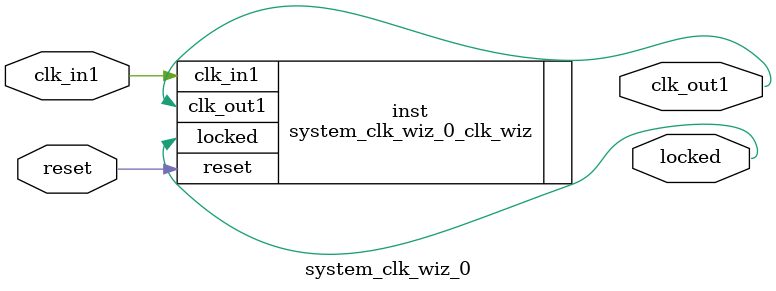
<source format=v>


`timescale 1ps/1ps

(* CORE_GENERATION_INFO = "system_clk_wiz_0,clk_wiz_v5_4_1_0,{component_name=system_clk_wiz_0,use_phase_alignment=true,use_min_o_jitter=false,use_max_i_jitter=false,use_dyn_phase_shift=false,use_inclk_switchover=false,use_dyn_reconfig=false,enable_axi=0,feedback_source=FDBK_AUTO,PRIMITIVE=MMCM,num_out_clk=1,clkin1_period=10.000,clkin2_period=10.000,use_power_down=false,use_reset=true,use_locked=true,use_inclk_stopped=false,feedback_type=SINGLE,CLOCK_MGR_TYPE=NA,manual_override=false}" *)

module system_clk_wiz_0 
 (
  // Clock out ports
  output        clk_out1,
  // Status and control signals
  input         reset,
  output        locked,
 // Clock in ports
  input         clk_in1
 );

  system_clk_wiz_0_clk_wiz inst
  (
  // Clock out ports  
  .clk_out1(clk_out1),
  // Status and control signals               
  .reset(reset), 
  .locked(locked),
 // Clock in ports
  .clk_in1(clk_in1)
  );

endmodule

</source>
